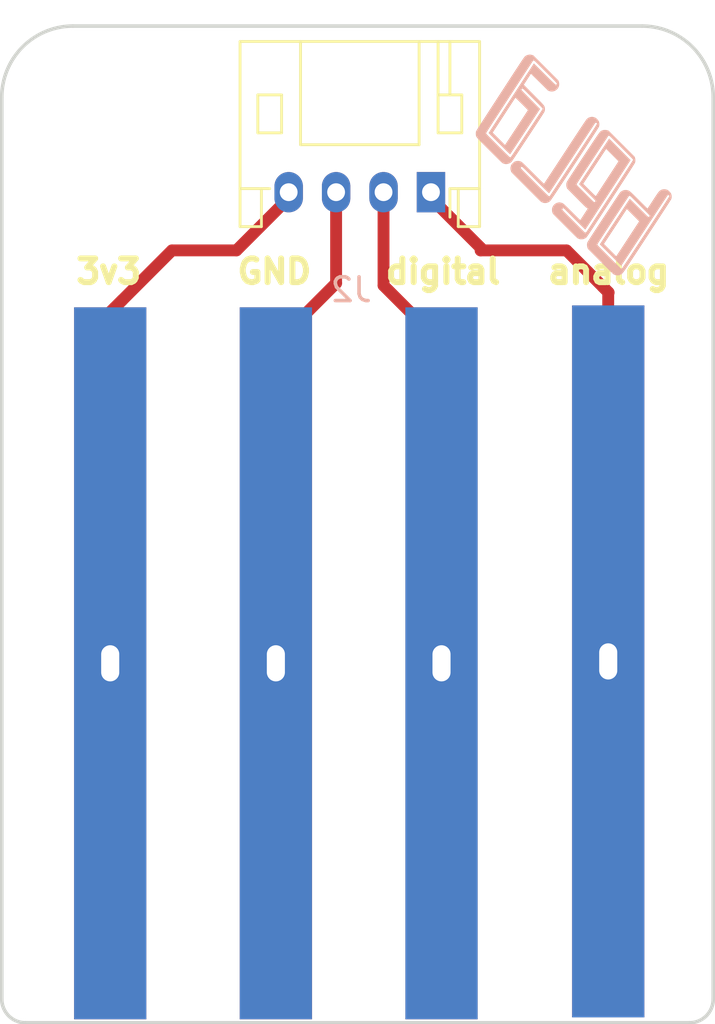
<source format=kicad_pcb>
(kicad_pcb (version 20171130) (host pcbnew "(5.0.0-3-g0214c9d)")

  (general
    (thickness 1.6)
    (drawings 12)
    (tracks 28)
    (zones 0)
    (modules 3)
    (nets 5)
  )

  (page A4)
  (layers
    (0 F.Cu signal)
    (31 B.Cu signal)
    (32 B.Adhes user hide)
    (33 F.Adhes user hide)
    (34 B.Paste user hide)
    (35 F.Paste user hide)
    (36 B.SilkS user)
    (37 F.SilkS user)
    (38 B.Mask user hide)
    (39 F.Mask user)
    (40 Dwgs.User user)
    (41 Cmts.User user)
    (42 Eco1.User user)
    (43 Eco2.User user hide)
    (44 Edge.Cuts user)
    (45 Margin user)
    (46 B.CrtYd user)
    (47 F.CrtYd user)
    (48 B.Fab user)
    (49 F.Fab user)
  )

  (setup
    (last_trace_width 0.25)
    (user_trace_width 0.5)
    (trace_clearance 0.2)
    (zone_clearance 0.508)
    (zone_45_only no)
    (trace_min 0.2)
    (segment_width 0.2)
    (edge_width 0.15)
    (via_size 0.6)
    (via_drill 0.4)
    (via_min_size 0.4)
    (via_min_drill 0.3)
    (uvia_size 0.3)
    (uvia_drill 0.1)
    (uvias_allowed no)
    (uvia_min_size 0.2)
    (uvia_min_drill 0.1)
    (pcb_text_width 0.3)
    (pcb_text_size 1.5 1.5)
    (mod_edge_width 0.15)
    (mod_text_size 1 1)
    (mod_text_width 0.15)
    (pad_size 3.048 30)
    (pad_drill 1.524)
    (pad_to_mask_clearance 0.2)
    (aux_axis_origin 0 0)
    (visible_elements FFFFFF1F)
    (pcbplotparams
      (layerselection 0x01030_80000001)
      (usegerberextensions false)
      (usegerberattributes false)
      (usegerberadvancedattributes false)
      (creategerberjobfile false)
      (excludeedgelayer true)
      (linewidth 0.100000)
      (plotframeref false)
      (viasonmask false)
      (mode 1)
      (useauxorigin false)
      (hpglpennumber 1)
      (hpglpenspeed 20)
      (hpglpendiameter 15.000000)
      (psnegative false)
      (psa4output false)
      (plotreference true)
      (plotvalue true)
      (plotinvisibletext false)
      (padsonsilk false)
      (subtractmaskfromsilk false)
      (outputformat 1)
      (mirror false)
      (drillshape 0)
      (scaleselection 1)
      (outputdirectory "gerbers/"))
  )

  (net 0 "")
  (net 1 "Net-(J1-Pad4)")
  (net 2 "Net-(J1-Pad3)")
  (net 3 "Net-(J1-Pad2)")
  (net 4 "Net-(J1-Pad1)")

  (net_class Default "This is the default net class."
    (clearance 0.2)
    (trace_width 0.25)
    (via_dia 0.6)
    (via_drill 0.4)
    (uvia_dia 0.3)
    (uvia_drill 0.1)
    (add_net "Net-(J1-Pad1)")
    (add_net "Net-(J1-Pad2)")
    (add_net "Net-(J1-Pad3)")
    (add_net "Net-(J1-Pad4)")
  )

  (module paper:paper2equal (layer B.Cu) (tedit 5C539BE4) (tstamp 5C50F3D6)
    (at 145.7325 70.612)
    (path /5C50F53B)
    (fp_text reference J2 (at 0 -0.5) (layer B.SilkS)
      (effects (font (size 1 1) (thickness 0.15)) (justify mirror))
    )
    (fp_text value Conn_01x04_Female (at 0 0.5) (layer B.Fab)
      (effects (font (size 1 1) (thickness 0.15)) (justify mirror))
    )
    (pad 3 thru_hole rect (at 3.81 15.24) (size 3.048 30) (drill oval 0.762 1.524) (layers *.Cu *.Mask)
      (net 3 "Net-(J1-Pad2)"))
    (pad 1 thru_hole rect (at -10.16 15.24) (size 3.048 30) (drill oval 0.762 1.524) (layers *.Cu *.Mask)
      (net 1 "Net-(J1-Pad4)"))
    (pad 2 thru_hole rect (at -3.175 15.24) (size 3.048 30) (drill oval 0.762 1.524) (layers *.Cu *.Mask)
      (net 2 "Net-(J1-Pad3)"))
    (pad 4 thru_hole rect (at 10.84 15.16) (size 3.048 30) (drill oval 0.762 1.524) (layers *.Cu *.Mask)
      (net 4 "Net-(J1-Pad1)"))
  )

  (module Connectors_JST:JST_PH_S4B-PH-K_04x2.00mm_Angled (layer F.Cu) (tedit 5C581BA4) (tstamp 5C581D74)
    (at 149.098 66 180)
    (descr "JST PH series connector, S4B-PH-K, side entry type, through hole, Datasheet: http://www.jst-mfg.com/product/pdf/eng/ePH.pdf")
    (tags "connector jst ph")
    (path /5C50F320)
    (fp_text reference J1 (at 1.5 -2.45 180) (layer F.SilkS) hide
      (effects (font (size 1 1) (thickness 0.15)))
    )
    (fp_text value Conn_01x04_Female (at 3 7.25 180) (layer F.Fab)
      (effects (font (size 1 1) (thickness 0.15)))
    )
    (fp_text user %R (at 3 2.5 180) (layer F.Fab)
      (effects (font (size 1 1) (thickness 0.15)))
    )
    (fp_line (start 0.5 1.35) (end 0 0.85) (layer F.Fab) (width 0.1))
    (fp_line (start -0.5 1.35) (end 0.5 1.35) (layer F.Fab) (width 0.1))
    (fp_line (start 0 0.85) (end -0.5 1.35) (layer F.Fab) (width 0.1))
    (fp_line (start -0.8 0.15) (end -0.8 -1.05) (layer F.SilkS) (width 0.12))
    (fp_line (start 7.25 0.25) (end -1.25 0.25) (layer F.Fab) (width 0.1))
    (fp_line (start 7.25 -1.35) (end 7.25 0.25) (layer F.Fab) (width 0.1))
    (fp_line (start 7.95 -1.35) (end 7.25 -1.35) (layer F.Fab) (width 0.1))
    (fp_line (start 7.95 6.25) (end 7.95 -1.35) (layer F.Fab) (width 0.1))
    (fp_line (start -1.95 6.25) (end 7.95 6.25) (layer F.Fab) (width 0.1))
    (fp_line (start -1.95 -1.35) (end -1.95 6.25) (layer F.Fab) (width 0.1))
    (fp_line (start -1.25 -1.35) (end -1.95 -1.35) (layer F.Fab) (width 0.1))
    (fp_line (start -1.25 0.25) (end -1.25 -1.35) (layer F.Fab) (width 0.1))
    (fp_line (start 8.45 -1.85) (end -2.45 -1.85) (layer F.CrtYd) (width 0.05))
    (fp_line (start 8.45 6.75) (end 8.45 -1.85) (layer F.CrtYd) (width 0.05))
    (fp_line (start -2.45 6.75) (end 8.45 6.75) (layer F.CrtYd) (width 0.05))
    (fp_line (start -2.45 -1.85) (end -2.45 6.75) (layer F.CrtYd) (width 0.05))
    (fp_line (start -0.8 4.1) (end -0.8 6.35) (layer F.SilkS) (width 0.12))
    (fp_line (start -0.3 4.1) (end -0.3 6.35) (layer F.SilkS) (width 0.12))
    (fp_line (start 6.3 2.5) (end 7.3 2.5) (layer F.SilkS) (width 0.12))
    (fp_line (start 6.3 4.1) (end 6.3 2.5) (layer F.SilkS) (width 0.12))
    (fp_line (start 7.3 4.1) (end 6.3 4.1) (layer F.SilkS) (width 0.12))
    (fp_line (start 7.3 2.5) (end 7.3 4.1) (layer F.SilkS) (width 0.12))
    (fp_line (start -0.3 2.5) (end -1.3 2.5) (layer F.SilkS) (width 0.12))
    (fp_line (start -0.3 4.1) (end -0.3 2.5) (layer F.SilkS) (width 0.12))
    (fp_line (start -1.3 4.1) (end -0.3 4.1) (layer F.SilkS) (width 0.12))
    (fp_line (start -1.3 2.5) (end -1.3 4.1) (layer F.SilkS) (width 0.12))
    (fp_line (start 8.05 0.15) (end 7.15 0.15) (layer F.SilkS) (width 0.12))
    (fp_line (start -2.05 0.15) (end -1.15 0.15) (layer F.SilkS) (width 0.12))
    (fp_line (start 7.15 0.15) (end 6.8 0.15) (layer F.SilkS) (width 0.12))
    (fp_line (start 7.15 -1.45) (end 7.15 0.15) (layer F.SilkS) (width 0.12))
    (fp_line (start 8.05 -1.45) (end 7.15 -1.45) (layer F.SilkS) (width 0.12))
    (fp_line (start 8.05 6.35) (end 8.05 -1.45) (layer F.SilkS) (width 0.12))
    (fp_line (start -2.05 6.35) (end 8.05 6.35) (layer F.SilkS) (width 0.12))
    (fp_line (start -2.05 -1.45) (end -2.05 6.35) (layer F.SilkS) (width 0.12))
    (fp_line (start -1.15 -1.45) (end -2.05 -1.45) (layer F.SilkS) (width 0.12))
    (fp_line (start -1.15 0.15) (end -1.15 -1.45) (layer F.SilkS) (width 0.12))
    (fp_line (start -0.8 0.15) (end -1.15 0.15) (layer F.SilkS) (width 0.12))
    (fp_line (start 5.5 2) (end 5.5 6.35) (layer F.SilkS) (width 0.12))
    (fp_line (start 0.5 2) (end 5.5 2) (layer F.SilkS) (width 0.12))
    (fp_line (start 0.5 6.35) (end 0.5 2) (layer F.SilkS) (width 0.12))
    (pad 4 thru_hole oval (at 6 0 180) (size 1.2 1.7) (drill 0.75) (layers *.Cu *.Mask)
      (net 1 "Net-(J1-Pad4)"))
    (pad 3 thru_hole oval (at 4 0 180) (size 1.2 1.7) (drill 0.75) (layers *.Cu *.Mask)
      (net 2 "Net-(J1-Pad3)"))
    (pad 2 thru_hole oval (at 2 0 180) (size 1.2 1.7) (drill 0.75) (layers *.Cu *.Mask)
      (net 3 "Net-(J1-Pad2)"))
    (pad 1 thru_hole rect (at 0 0 180) (size 1.2 1.7) (drill 0.75) (layers *.Cu *.Mask)
      (net 4 "Net-(J1-Pad1)"))
    (model ${KISYS3DMOD}/Connectors_JST.3dshapes/JST_PH_S4B-PH-K_04x2.00mm_Angled.wrl
      (at (xyz 0 0 0))
      (scale (xyz 1 1 1))
      (rotate (xyz 0 0 0))
    )
  )

  (module paper:Bela_logo (layer B.Cu) (tedit 0) (tstamp 5C543B6D)
    (at 155.067 64.897 135)
    (fp_text reference G*** (at 0 0 135) (layer B.SilkS) hide
      (effects (font (size 1.524 1.524) (thickness 0.3)) (justify mirror))
    )
    (fp_text value LOGO (at 0.75 0 135) (layer B.SilkS) hide
      (effects (font (size 1.524 1.524) (thickness 0.3)) (justify mirror))
    )
    (fp_poly (pts (xy 4.509387 2.101396) (xy 4.540036 2.082716) (xy 4.572855 2.057078) (xy 4.595144 2.035933)
      (xy 4.637322 1.982523) (xy 4.664833 1.926068) (xy 4.678882 1.863906) (xy 4.680417 1.847375)
      (xy 4.680695 1.840287) (xy 4.680533 1.831758) (xy 4.679808 1.821186) (xy 4.678399 1.807965)
      (xy 4.676182 1.791493) (xy 4.673035 1.771164) (xy 4.668836 1.746375) (xy 4.663461 1.716522)
      (xy 4.656787 1.681) (xy 4.648693 1.639207) (xy 4.639056 1.590538) (xy 4.627753 1.534388)
      (xy 4.614661 1.470154) (xy 4.599658 1.397233) (xy 4.582621 1.315019) (xy 4.563427 1.222909)
      (xy 4.541955 1.120299) (xy 4.51808 1.006585) (xy 4.491681 0.881164) (xy 4.462635 0.74343)
      (xy 4.430819 0.59278) (xy 4.396111 0.42861) (xy 4.358388 0.250316) (xy 4.317527 0.057295)
      (xy 4.303554 -0.008695) (xy 4.255159 -0.23705) (xy 4.209959 -0.449922) (xy 4.167942 -0.647376)
      (xy 4.129092 -0.829476) (xy 4.093397 -0.996288) (xy 4.060841 -1.147876) (xy 4.031411 -1.284304)
      (xy 4.005093 -1.405637) (xy 3.981873 -1.51194) (xy 3.961736 -1.603277) (xy 3.944669 -1.679713)
      (xy 3.930658 -1.741312) (xy 3.919689 -1.788138) (xy 3.911747 -1.820258) (xy 3.906819 -1.837734)
      (xy 3.905692 -1.840631) (xy 3.873146 -1.889827) (xy 3.829487 -1.934396) (xy 3.795611 -1.959608)
      (xy 3.783166 -1.967603) (xy 3.771581 -1.97467) (xy 3.759846 -1.980865) (xy 3.746955 -1.986244)
      (xy 3.731897 -1.990863) (xy 3.713664 -1.994779) (xy 3.691248 -1.998048) (xy 3.66364 -2.000725)
      (xy 3.629831 -2.002867) (xy 3.588813 -2.00453) (xy 3.539576 -2.00577) (xy 3.481113 -2.006644)
      (xy 3.412415 -2.007207) (xy 3.332472 -2.007516) (xy 3.240277 -2.007626) (xy 3.13482 -2.007594)
      (xy 3.015093 -2.007477) (xy 2.937191 -2.00739) (xy 2.830497 -2.007197) (xy 2.727878 -2.006866)
      (xy 2.630507 -2.006408) (xy 2.539556 -2.005836) (xy 2.456196 -2.005161) (xy 2.381602 -2.004396)
      (xy 2.316944 -2.003552) (xy 2.263394 -2.002643) (xy 2.222126 -2.001679) (xy 2.194311 -2.000674)
      (xy 2.181122 -1.999638) (xy 2.180795 -1.999569) (xy 2.118455 -1.977022) (xy 2.063377 -1.941355)
      (xy 2.017066 -1.894243) (xy 1.981024 -1.837362) (xy 1.956757 -1.772385) (xy 1.950434 -1.74306)
      (xy 1.949276 -1.736021) (xy 1.948379 -1.728886) (xy 1.947883 -1.720904) (xy 1.947932 -1.711325)
      (xy 1.948666 -1.699398) (xy 1.950229 -1.684375) (xy 1.952761 -1.665504) (xy 1.956405 -1.642036)
      (xy 1.961303 -1.613221) (xy 1.966288 -1.585569) (xy 2.102972 -1.585569) (xy 2.103378 -1.587389)
      (xy 2.116574 -1.603919) (xy 2.125362 -1.610731) (xy 2.136118 -1.612312) (xy 2.162553 -1.613732)
      (xy 2.204471 -1.614988) (xy 2.261676 -1.616079) (xy 2.333973 -1.617001) (xy 2.421167 -1.617753)
      (xy 2.523061 -1.618332) (xy 2.639461 -1.618736) (xy 2.77017 -1.618963) (xy 2.838761 -1.619008)
      (xy 2.960471 -1.619035) (xy 3.067301 -1.619015) (xy 3.160244 -1.618928) (xy 3.240293 -1.618756)
      (xy 3.308444 -1.61848) (xy 3.365689 -1.61808) (xy 3.413023 -1.617537) (xy 3.451441 -1.616834)
      (xy 3.481935 -1.615951) (xy 3.5055 -1.614868) (xy 3.52313 -1.613567) (xy 3.535818 -1.612029)
      (xy 3.54456 -1.610236) (xy 3.550348 -1.608167) (xy 3.554177 -1.605804) (xy 3.55472 -1.605359)
      (xy 3.556935 -1.602018) (xy 3.559842 -1.594865) (xy 3.563564 -1.583336) (xy 3.568225 -1.566868)
      (xy 3.573948 -1.544897) (xy 3.580856 -1.516858) (xy 3.589072 -1.48219) (xy 3.598721 -1.440327)
      (xy 3.609925 -1.390706) (xy 3.622808 -1.332764) (xy 3.637494 -1.265937) (xy 3.654105 -1.189661)
      (xy 3.672765 -1.103373) (xy 3.693597 -1.006508) (xy 3.716725 -0.898504) (xy 3.742272 -0.778796)
      (xy 3.770362 -0.646822) (xy 3.801118 -0.502017) (xy 3.834663 -0.343817) (xy 3.871121 -0.171659)
      (xy 3.910614 0.01502) (xy 3.944537 0.175476) (xy 3.979343 0.340227) (xy 4.013272 0.500971)
      (xy 4.046178 0.65701) (xy 4.077915 0.807646) (xy 4.108335 0.952181) (xy 4.137294 1.089917)
      (xy 4.164646 1.220156) (xy 4.190243 1.342199) (xy 4.21394 1.45535) (xy 4.235591 1.558908)
      (xy 4.25505 1.652178) (xy 4.27217 1.73446) (xy 4.286805 1.805057) (xy 4.29881 1.86327)
      (xy 4.308038 1.908401) (xy 4.314343 1.939753) (xy 4.317578 1.956626) (xy 4.318 1.959429)
      (xy 4.312574 1.977632) (xy 4.302125 1.992313) (xy 4.299026 1.995117) (xy 4.295025 1.99757)
      (xy 4.289102 1.999695) (xy 4.280239 2.001515) (xy 4.267417 2.003055) (xy 4.249615 2.004338)
      (xy 4.225816 2.005388) (xy 4.195 2.006226) (xy 4.156147 2.006879) (xy 4.10824 2.007368)
      (xy 4.050258 2.007717) (xy 3.981183 2.00795) (xy 3.899995 2.00809) (xy 3.805676 2.00816)
      (xy 3.697206 2.008185) (xy 3.613328 2.008188) (xy 3.491068 2.008205) (xy 3.383716 2.008208)
      (xy 3.290306 2.008129) (xy 3.209871 2.007897) (xy 3.141444 2.007445) (xy 3.084059 2.006702)
      (xy 3.036748 2.005599) (xy 2.998546 2.004066) (xy 2.968486 2.002035) (xy 2.945601 1.999436)
      (xy 2.928924 1.996199) (xy 2.917488 1.992256) (xy 2.910328 1.987536) (xy 2.906477 1.981971)
      (xy 2.904967 1.975491) (xy 2.904832 1.968027) (xy 2.905105 1.95951) (xy 2.905125 1.957374)
      (xy 2.904851 1.948085) (xy 2.904695 1.939965) (xy 2.905655 1.932932) (xy 2.908728 1.926906)
      (xy 2.91491 1.921804) (xy 2.925201 1.917544) (xy 2.940596 1.914046) (xy 2.962094 1.911228)
      (xy 2.990693 1.909008) (xy 3.027388 1.907304) (xy 3.073179 1.906035) (xy 3.129061 1.905119)
      (xy 3.196034 1.904474) (xy 3.275094 1.90402) (xy 3.367238 1.903673) (xy 3.473465 1.903354)
      (xy 3.568884 1.903064) (xy 4.203717 1.901032) (xy 3.480933 -1.516062) (xy 2.847748 -1.516062)
      (xy 2.728291 -1.516015) (xy 2.623846 -1.515867) (xy 2.533548 -1.515602) (xy 2.456534 -1.515208)
      (xy 2.391941 -1.514672) (xy 2.338903 -1.513979) (xy 2.296559 -1.513116) (xy 2.264043 -1.51207)
      (xy 2.240493 -1.510827) (xy 2.225045 -1.509374) (xy 2.216835 -1.507696) (xy 2.214898 -1.50614)
      (xy 2.216508 -1.497333) (xy 2.221139 -1.473857) (xy 2.228611 -1.436595) (xy 2.238211 -1.389062)
      (xy 2.633529 -1.389062) (xy 3.378706 -1.389062) (xy 3.427871 -1.15689) (xy 3.437533 -1.111254)
      (xy 3.450101 -1.051879) (xy 3.465194 -0.980559) (xy 3.482434 -0.899087) (xy 3.501441 -0.809256)
      (xy 3.521836 -0.712858) (xy 3.543239 -0.611687) (xy 3.565272 -0.507537) (xy 3.587554 -0.402199)
      (xy 3.609707 -0.297467) (xy 3.610507 -0.293687) (xy 3.743976 0.337344) (xy 3.370667 0.339407)
      (xy 3.295161 0.3397) (xy 3.224544 0.339731) (xy 3.160397 0.33952) (xy 3.104298 0.33908)
      (xy 3.057826 0.338431) (xy 3.022561 0.337587) (xy 3.000081 0.336565) (xy 2.992001 0.335439)
      (xy 2.989721 0.327005) (xy 2.984487 0.304026) (xy 2.976511 0.267512) (xy 2.966004 0.218475)
      (xy 2.953177 0.157925) (xy 2.938244 0.086873) (xy 2.921415 0.006329) (xy 2.902902 -0.082694)
      (xy 2.882917 -0.179188) (xy 2.861672 -0.28214) (xy 2.839378 -0.39054) (xy 2.816247 -0.503377)
      (xy 2.814489 -0.511968) (xy 2.791279 -0.625369) (xy 2.768909 -0.734599) (xy 2.747592 -0.838629)
      (xy 2.727537 -0.93643) (xy 2.708958 -1.026971) (xy 2.692065 -1.109225) (xy 2.67707 -1.18216)
      (xy 2.664185 -1.244748) (xy 2.653621 -1.29596) (xy 2.645589 -1.334765) (xy 2.640302 -1.360134)
      (xy 2.63797 -1.371038) (xy 2.637931 -1.371203) (xy 2.633529 -1.389062) (xy 2.238211 -1.389062)
      (xy 2.238744 -1.386426) (xy 2.251359 -1.324233) (xy 2.266276 -1.250895) (xy 2.283314 -1.167294)
      (xy 2.302296 -1.074312) (xy 2.32304 -0.972828) (xy 2.345367 -0.863724) (xy 2.369098 -0.747881)
      (xy 2.394053 -0.626181) (xy 2.420051 -0.499503) (xy 2.443577 -0.384968) (xy 2.67192 0.726282)
      (xy 3.233664 0.73025) (xy 3.341664 0.731026) (xy 3.4349 0.73174) (xy 3.514482 0.732432)
      (xy 3.581522 0.733139) (xy 3.637129 0.733897) (xy 3.682415 0.734746) (xy 3.718491 0.735722)
      (xy 3.746466 0.736863) (xy 3.767452 0.738206) (xy 3.782559 0.73979) (xy 3.792898 0.741651)
      (xy 3.799579 0.743827) (xy 3.803714 0.746356) (xy 3.806412 0.749275) (xy 3.806673 0.749627)
      (xy 3.817076 0.775617) (xy 3.812977 0.801898) (xy 3.802062 0.817563) (xy 3.798738 0.820559)
      (xy 3.79445 0.823152) (xy 3.788099 0.825372) (xy 3.778587 0.827247) (xy 3.764817 0.828807)
      (xy 3.74569 0.83008) (xy 3.720109 0.831095) (xy 3.686975 0.831882) (xy 3.645191 0.83247)
      (xy 3.593659 0.832887) (xy 3.531281 0.833164) (xy 3.456959 0.833328) (xy 3.369595 0.833409)
      (xy 3.268092 0.833436) (xy 3.202259 0.833438) (xy 3.077425 0.833326) (xy 2.966579 0.832993)
      (xy 2.869968 0.832443) (xy 2.787838 0.831677) (xy 2.720433 0.830701) (xy 2.668001 0.829516)
      (xy 2.630787 0.828127) (xy 2.609036 0.826537) (xy 2.603247 0.825366) (xy 2.591408 0.812698)
      (xy 2.581671 0.791894) (xy 2.580441 0.787662) (xy 2.577981 0.776585) (xy 2.572521 0.750835)
      (xy 2.564241 0.711291) (xy 2.553323 0.658833) (xy 2.539948 0.594342) (xy 2.524299 0.518695)
      (xy 2.506556 0.432774) (xy 2.486901 0.337458) (xy 2.465516 0.233626) (xy 2.442582 0.122159)
      (xy 2.41828 0.003935) (xy 2.392792 -0.120166) (xy 2.366299 -0.249263) (xy 2.338983 -0.382478)
      (xy 2.333952 -0.407026) (xy 2.300023 -0.572752) (xy 2.26923 -0.723518) (xy 2.241462 -0.859903)
      (xy 2.216605 -0.982486) (xy 2.194547 -1.091847) (xy 2.175173 -1.188564) (xy 2.158371 -1.273215)
      (xy 2.144028 -1.346381) (xy 2.13203 -1.40864) (xy 2.122265 -1.460571) (xy 2.11462 -1.502753)
      (xy 2.108981 -1.535765) (xy 2.105235 -1.560185) (xy 2.10327 -1.576593) (xy 2.102972 -1.585569)
      (xy 1.966288 -1.585569) (xy 1.967597 -1.578308) (xy 1.975429 -1.536548) (xy 1.98494 -1.487191)
      (xy 1.996274 -1.429486) (xy 2.009571 -1.362684) (xy 2.024974 -1.286034) (xy 2.042624 -1.198786)
      (xy 2.062664 -1.10019) (xy 2.085236 -0.989497) (xy 2.110482 -0.865956) (xy 2.138543 -0.728817)
      (xy 2.169562 -0.57733) (xy 2.18984 -0.478323) (xy 2.227365 -0.295377) (xy 2.261863 -0.127758)
      (xy 2.293387 0.02478) (xy 2.321988 0.162486) (xy 2.347721 0.285604) (xy 2.370636 0.394383)
      (xy 2.390787 0.489068) (xy 2.408226 0.569906) (xy 2.423005 0.637144) (xy 2.435179 0.691029)
      (xy 2.444798 0.731807) (xy 2.451915 0.759725) (xy 2.456583 0.77503) (xy 2.457216 0.776573)
      (xy 2.490276 0.835075) (xy 2.531603 0.880916) (xy 2.56219 0.903835) (xy 2.57678 0.91335)
      (xy 2.589654 0.92164) (xy 2.601959 0.928797) (xy 2.614838 0.934912) (xy 2.629439 0.940075)
      (xy 2.646905 0.944378) (xy 2.668383 0.947911) (xy 2.695018 0.950766) (xy 2.727955 0.953033)
      (xy 2.76834 0.954804) (xy 2.817318 0.95617) (xy 2.876034 0.957221) (xy 2.945634 0.95805)
      (xy 3.027263 0.958745) (xy 3.122068 0.9594) (xy 3.231192 0.960104) (xy 3.273805 0.960385)
      (xy 3.876642 0.964407) (xy 3.934203 1.234282) (xy 3.947677 1.297561) (xy 3.960054 1.355893)
      (xy 3.970952 1.407465) (xy 3.97999 1.450464) (xy 3.986787 1.483078) (xy 3.990962 1.503495)
      (xy 3.992163 1.509886) (xy 3.984517 1.510912) (xy 3.962321 1.511946) (xy 3.926898 1.512969)
      (xy 3.879573 1.513958) (xy 3.821671 1.514894) (xy 3.754515 1.515757) (xy 3.679431 1.516524)
      (xy 3.597743 1.517176) (xy 3.510774 1.517693) (xy 3.482578 1.517823) (xy 2.972593 1.520032)
      (xy 2.92507 1.543365) (xy 2.867919 1.579313) (xy 2.822108 1.62415) (xy 2.787656 1.675883)
      (xy 2.764582 1.732522) (xy 2.752904 1.792076) (xy 2.752642 1.852553) (xy 2.763813 1.911964)
      (xy 2.786437 1.968315) (xy 2.820532 2.019618) (xy 2.866116 2.06388) (xy 2.919861 2.097485)
      (xy 2.972262 2.123282) (xy 4.464843 2.123282) (xy 4.509387 2.101396)) (layer B.SilkS) (width 0.01))
    (fp_poly (pts (xy 0.721186 2.124732) (xy 0.746706 2.119752) (xy 0.772178 2.111367) (xy 0.834119 2.080177)
      (xy 0.885948 2.037654) (xy 0.926467 1.985504) (xy 0.954475 1.925429) (xy 0.968776 1.859135)
      (xy 0.970408 1.829594) (xy 0.969843 1.81979) (xy 0.96795 1.804156) (xy 0.964618 1.78214)
      (xy 0.959735 1.753187) (xy 0.953192 1.716747) (xy 0.944877 1.672264) (xy 0.934679 1.619187)
      (xy 0.922487 1.556963) (xy 0.908192 1.485038) (xy 0.891681 1.40286) (xy 0.872843 1.309875)
      (xy 0.851569 1.205531) (xy 0.827747 1.089275) (xy 0.801266 0.960553) (xy 0.772016 0.818813)
      (xy 0.739885 0.663502) (xy 0.704763 0.494067) (xy 0.666539 0.309955) (xy 0.644189 0.202407)
      (xy 0.611927 0.047162) (xy 0.580536 -0.103985) (xy 0.550169 -0.250296) (xy 0.520978 -0.391033)
      (xy 0.493116 -0.525459) (xy 0.466735 -0.652836) (xy 0.441987 -0.772427) (xy 0.419026 -0.883493)
      (xy 0.398002 -0.985296) (xy 0.379069 -1.0771) (xy 0.362379 -1.158166) (xy 0.348085 -1.227757)
      (xy 0.336338 -1.285135) (xy 0.327292 -1.329562) (xy 0.321098 -1.3603) (xy 0.317909 -1.376612)
      (xy 0.317489 -1.37914) (xy 0.320469 -1.381007) (xy 0.329978 -1.38264) (xy 0.346877 -1.384052)
      (xy 0.372028 -1.385258) (xy 0.406291 -1.38627) (xy 0.450528 -1.387102) (xy 0.505599 -1.387767)
      (xy 0.572365 -1.388279) (xy 0.651688 -1.388651) (xy 0.744428 -1.388896) (xy 0.851446 -1.389028)
      (xy 0.954801 -1.389062) (xy 1.07505 -1.38907) (xy 1.180514 -1.389136) (xy 1.272286 -1.389322)
      (xy 1.351454 -1.389692) (xy 1.419111 -1.390309) (xy 1.476346 -1.391236) (xy 1.52425 -1.392535)
      (xy 1.563915 -1.39427) (xy 1.596431 -1.396504) (xy 1.622888 -1.399299) (xy 1.644378 -1.402719)
      (xy 1.661991 -1.406827) (xy 1.676818 -1.411685) (xy 1.689949 -1.417356) (xy 1.702476 -1.423904)
      (xy 1.715489 -1.431392) (xy 1.7185 -1.433156) (xy 1.761727 -1.465609) (xy 1.801671 -1.508728)
      (xy 1.833753 -1.557357) (xy 1.840226 -1.570234) (xy 1.850036 -1.592978) (xy 1.856265 -1.613791)
      (xy 1.859699 -1.637452) (xy 1.861122 -1.668741) (xy 1.861343 -1.698791) (xy 1.861003 -1.737402)
      (xy 1.85936 -1.765045) (xy 1.855477 -1.786626) (xy 1.848422 -1.807048) (xy 1.837257 -1.831216)
      (xy 1.835355 -1.835092) (xy 1.801874 -1.887926) (xy 1.757967 -1.934374) (xy 1.707503 -1.97076)
      (xy 1.67677 -1.985798) (xy 1.631156 -2.004218) (xy 0.758031 -2.005846) (xy 0.62115 -2.006091)
      (xy 0.499225 -2.006277) (xy 0.391339 -2.006391) (xy 0.296574 -2.006421) (xy 0.214011 -2.006354)
      (xy 0.142731 -2.006176) (xy 0.081817 -2.005876) (xy 0.030351 -2.00544) (xy -0.012586 -2.004855)
      (xy -0.047912 -2.004109) (xy -0.076545 -2.003189) (xy -0.099404 -2.002082) (xy -0.117406 -2.000775)
      (xy -0.131469 -1.999256) (xy -0.142513 -1.997511) (xy -0.151455 -1.995528) (xy -0.159213 -1.993293)
      (xy -0.160049 -1.993027) (xy -0.224356 -1.964634) (xy -0.278428 -1.924755) (xy -0.321208 -1.874748)
      (xy -0.351638 -1.815969) (xy -0.368661 -1.749776) (xy -0.371463 -1.721804) (xy -0.371686 -1.714337)
      (xy -0.371471 -1.705405) (xy -0.370696 -1.694403) (xy -0.369242 -1.680721) (xy -0.366988 -1.663753)
      (xy -0.363813 -1.642892) (xy -0.359596 -1.61753) (xy -0.354217 -1.58706) (xy -0.352068 -1.575384)
      (xy -0.220623 -1.575384) (xy -0.211681 -1.598703) (xy -0.198438 -1.60903) (xy -0.191925 -1.610711)
      (xy -0.178935 -1.612207) (xy -0.158699 -1.613529) (xy -0.130446 -1.614684) (xy -0.09341 -1.615682)
      (xy -0.046819 -1.616532) (xy 0.010093 -1.617244) (xy 0.078098 -1.617827) (xy 0.157963 -1.61829)
      (xy 0.250458 -1.618642) (xy 0.356352 -1.618893) (xy 0.476413 -1.619051) (xy 0.611412 -1.619126)
      (xy 0.643155 -1.619132) (xy 0.776557 -1.619132) (xy 0.894984 -1.619083) (xy 0.999332 -1.618971)
      (xy 1.090502 -1.618784) (xy 1.169393 -1.618508) (xy 1.236902 -1.61813) (xy 1.293929 -1.617637)
      (xy 1.341372 -1.617017) (xy 1.380131 -1.616255) (xy 1.411104 -1.61534) (xy 1.435189 -1.614257)
      (xy 1.453287 -1.612994) (xy 1.466295 -1.611537) (xy 1.475112 -1.609874) (xy 1.480637 -1.607991)
      (xy 1.482546 -1.606893) (xy 1.496838 -1.589038) (xy 1.500187 -1.567773) (xy 1.500553 -1.559424)
      (xy 1.501054 -1.552022) (xy 1.500794 -1.545509) (xy 1.498875 -1.539828) (xy 1.494401 -1.534924)
      (xy 1.486477 -1.53074) (xy 1.474204 -1.527219) (xy 1.456688 -1.524304) (xy 1.43303 -1.521938)
      (xy 1.402336 -1.520066) (xy 1.363708 -1.51863) (xy 1.31625 -1.517574) (xy 1.259065 -1.516842)
      (xy 1.191257 -1.516375) (xy 1.111929 -1.516119) (xy 1.020185 -1.516016) (xy 0.915129 -1.51601)
      (xy 0.795863 -1.516044) (xy 0.681523 -1.516062) (xy 0.551641 -1.516051) (xy 0.436728 -1.516008)
      (xy 0.335877 -1.515917) (xy 0.248179 -1.515762) (xy 0.17273 -1.515527) (xy 0.10862 -1.515196)
      (xy 0.054945 -1.514753) (xy 0.010797 -1.514182) (xy -0.024731 -1.513467) (xy -0.052546 -1.512592)
      (xy -0.073555 -1.511541) (xy -0.088664 -1.510299) (xy -0.098781 -1.508849) (xy -0.104811 -1.507176)
      (xy -0.107663 -1.505263) (xy -0.108243 -1.503094) (xy -0.108048 -1.502171) (xy -0.106066 -1.493192)
      (xy -0.101009 -1.469373) (xy -0.093025 -1.431422) (xy -0.082259 -1.380043) (xy -0.06886 -1.315942)
      (xy -0.052974 -1.239826) (xy -0.034748 -1.152401) (xy -0.014328 -1.054371) (xy 0.008138 -0.946442)
      (xy 0.032504 -0.829322) (xy 0.058622 -0.703715) (xy 0.086345 -0.570326) (xy 0.115528 -0.429863)
      (xy 0.146022 -0.283031) (xy 0.177681 -0.130535) (xy 0.210358 0.026919) (xy 0.243906 0.188624)
      (xy 0.254073 0.237641) (xy 0.612046 1.963564) (xy 0.596941 1.983891) (xy 0.580079 1.999216)
      (xy 0.56216 2.006599) (xy 0.557139 2.007526) (xy 0.55255 2.008639) (xy 0.548259 2.009353)
      (xy 0.544128 2.009081) (xy 0.540019 2.007238) (xy 0.535796 2.003239) (xy 0.531322 1.996498)
      (xy 0.526461 1.986429) (xy 0.521074 1.972446) (xy 0.515026 1.953965) (xy 0.50818 1.9304)
      (xy 0.500397 1.901164) (xy 0.491543 1.865673) (xy 0.481479 1.82334) (xy 0.470069 1.773581)
      (xy 0.457175 1.715809) (xy 0.442662 1.649439) (xy 0.426392 1.573886) (xy 0.408227 1.488563)
      (xy 0.388032 1.392885) (xy 0.36567 1.286267) (xy 0.341002 1.168124) (xy 0.313894 1.037868)
      (xy 0.284206 0.894915) (xy 0.251804 0.73868) (xy 0.216549 0.568576) (xy 0.178305 0.384018)
      (xy 0.143137 0.214341) (xy 0.108993 0.049475) (xy 0.075729 -0.111433) (xy 0.04349 -0.26768)
      (xy 0.012418 -0.418566) (xy -0.017344 -0.563386) (xy -0.045653 -0.701438) (xy -0.072367 -0.83202)
      (xy -0.097343 -0.95443) (xy -0.120437 -1.067965) (xy -0.141508 -1.171922) (xy -0.160413 -1.265598)
      (xy -0.177008 -1.348293) (xy -0.191151 -1.419302) (xy -0.202699 -1.477924) (xy -0.211509 -1.523455)
      (xy -0.217439 -1.555195) (xy -0.220346 -1.572439) (xy -0.220623 -1.575384) (xy -0.352068 -1.575384)
      (xy -0.347555 -1.550875) (xy -0.33949 -1.508368) (xy -0.3299 -1.458931) (xy -0.318666 -1.401958)
      (xy -0.305666 -1.33684) (xy -0.290779 -1.262971) (xy -0.273886 -1.179743) (xy -0.254865 -1.08655)
      (xy -0.233595 -0.982783) (xy -0.209957 -0.867836) (xy -0.183829 -0.741102) (xy -0.155091 -0.601973)
      (xy -0.123622 -0.449841) (xy -0.089301 -0.284101) (xy -0.052008 -0.104144) (xy -0.011622 0.090637)
      (xy -0.003917 0.127791) (xy 0.040623 0.342411) (xy 0.082071 0.541837) (xy 0.120506 0.726427)
      (xy 0.156003 0.896543) (xy 0.188639 1.052544) (xy 0.218492 1.194792) (xy 0.245638 1.323646)
      (xy 0.270153 1.439468) (xy 0.292116 1.542616) (xy 0.311602 1.633452) (xy 0.328689 1.712336)
      (xy 0.343454 1.779629) (xy 0.355973 1.83569) (xy 0.366323 1.880881) (xy 0.374581 1.915561)
      (xy 0.380824 1.940091) (xy 0.385129 1.954831) (xy 0.386605 1.958701) (xy 0.416542 2.007082)
      (xy 0.457929 2.051678) (xy 0.506353 2.088078) (xy 0.527843 2.099916) (xy 0.554135 2.111669)
      (xy 0.578391 2.119078) (xy 0.606264 2.123339) (xy 0.64341 2.125646) (xy 0.650875 2.125924)
      (xy 0.691112 2.126565) (xy 0.721186 2.124732)) (layer B.SilkS) (width 0.01))
    (fp_poly (pts (xy 0.026414 2.099863) (xy 0.071586 2.070603) (xy 0.113872 2.031598) (xy 0.149176 1.987283)
      (xy 0.173404 1.942095) (xy 0.174387 1.939533) (xy 0.179026 1.927519) (xy 0.183256 1.916648)
      (xy 0.186952 1.906165) (xy 0.189992 1.895317) (xy 0.192249 1.883349) (xy 0.193602 1.869508)
      (xy 0.193925 1.85304) (xy 0.193095 1.833191) (xy 0.190987 1.809207) (xy 0.187478 1.780333)
      (xy 0.182444 1.745817) (xy 0.17576 1.704904) (xy 0.167303 1.65684) (xy 0.156948 1.600872)
      (xy 0.144572 1.536245) (xy 0.130051 1.462205) (xy 0.11326 1.377999) (xy 0.094076 1.282872)
      (xy 0.072375 1.176071) (xy 0.048032 1.056842) (xy 0.020924 0.924431) (xy -0.009073 0.778083)
      (xy -0.042084 0.617045) (xy -0.047351 0.591344) (xy -0.08108 0.42685) (xy -0.111815 0.277216)
      (xy -0.139707 0.141744) (xy -0.164907 0.019733) (xy -0.187565 -0.089514) (xy -0.207832 -0.186699)
      (xy -0.225859 -0.27252) (xy -0.241797 -0.347677) (xy -0.255796 -0.412869) (xy -0.268008 -0.468797)
      (xy -0.278583 -0.516158) (xy -0.287671 -0.555653) (xy -0.295424 -0.587981) (xy -0.301993 -0.613843)
      (xy -0.307527 -0.633936) (xy -0.312179 -0.648961) (xy -0.316098 -0.659617) (xy -0.317873 -0.663614)
      (xy -0.350447 -0.714982) (xy -0.394809 -0.761087) (xy -0.446926 -0.798011) (xy -0.466582 -0.808195)
      (xy -0.511969 -0.829468) (xy -1.067594 -0.831896) (xy -1.176255 -0.832342) (xy -1.27023 -0.832648)
      (xy -1.350705 -0.832793) (xy -1.41887 -0.832756) (xy -1.475912 -0.832514) (xy -1.523019 -0.832048)
      (xy -1.561378 -0.831334) (xy -1.592179 -0.830353) (xy -1.616608 -0.829082) (xy -1.635853 -0.827501)
      (xy -1.651103 -0.825587) (xy -1.663545 -0.82332) (xy -1.673176 -0.820999) (xy -1.698975 -0.814618)
      (xy -1.717791 -0.810907) (xy -1.725347 -0.810633) (xy -1.727426 -0.818815) (xy -1.732356 -0.840774)
      (xy -1.739757 -0.874745) (xy -1.749252 -0.918965) (xy -1.76046 -0.971668) (xy -1.773003 -1.031089)
      (xy -1.785653 -1.091406) (xy -1.799181 -1.155889) (xy -1.811798 -1.215626) (xy -1.823111 -1.268793)
      (xy -1.83273 -1.313566) (xy -1.840262 -1.348121) (xy -1.845317 -1.370634) (xy -1.847441 -1.37914)
      (xy -1.845269 -1.381252) (xy -1.836414 -1.383063) (xy -1.819895 -1.384593) (xy -1.794737 -1.385863)
      (xy -1.759963 -1.386892) (xy -1.714593 -1.3877) (xy -1.657652 -1.388309) (xy -1.588161 -1.388738)
      (xy -1.505143 -1.389008) (xy -1.407621 -1.389138) (xy -1.364115 -1.389156) (xy -1.259121 -1.389199)
      (xy -1.168726 -1.389345) (xy -1.091652 -1.389685) (xy -1.026625 -1.390309) (xy -0.972368 -1.39131)
      (xy -0.927604 -1.392778) (xy -0.891057 -1.394804) (xy -0.861451 -1.397479) (xy -0.83751 -1.400894)
      (xy -0.817957 -1.40514) (xy -0.801516 -1.410309) (xy -0.78691 -1.416491) (xy -0.772864 -1.423777)
      (xy -0.758101 -1.432258) (xy -0.757859 -1.4324) (xy -0.703631 -1.472484) (xy -0.66152 -1.5207)
      (xy -0.631426 -1.575048) (xy -0.613245 -1.633527) (xy -0.606876 -1.694136) (xy -0.612217 -1.754875)
      (xy -0.629166 -1.813742) (xy -0.65762 -1.868737) (xy -0.697478 -1.917859) (xy -0.748637 -1.959107)
      (xy -0.78579 -1.979756) (xy -0.837407 -2.004218) (xy -1.55575 -2.005508) (xy -1.664645 -2.005625)
      (xy -1.768736 -2.005583) (xy -1.866901 -2.005393) (xy -1.958019 -2.005061) (xy -2.04097 -2.004597)
      (xy -2.114631 -2.00401) (xy -2.177882 -2.003309) (xy -2.2296 -2.002501) (xy -2.268665 -2.001597)
      (xy -2.293955 -2.000604) (xy -2.303892 -1.999672) (xy -2.365743 -1.977033) (xy -2.420902 -1.94145)
      (xy -2.467522 -1.895096) (xy -2.503758 -1.840146) (xy -2.527765 -1.77877) (xy -2.537031 -1.725167)
      (xy -2.5373 -1.718285) (xy -2.537073 -1.709671) (xy -2.536226 -1.698727) (xy -2.534638 -1.68485)
      (xy -2.532187 -1.667442) (xy -2.528751 -1.6459) (xy -2.524207 -1.619626) (xy -2.518434 -1.588018)
      (xy -2.515015 -1.570001) (xy -2.388877 -1.570001) (xy -2.383881 -1.582188) (xy -2.371284 -1.598152)
      (xy -2.369705 -1.599767) (xy -2.350222 -1.61925) (xy -1.680213 -1.61925) (xy -1.561652 -1.619244)
      (xy -1.457938 -1.619212) (xy -1.368041 -1.619128) (xy -1.290931 -1.618968) (xy -1.225581 -1.618708)
      (xy -1.170961 -1.618323) (xy -1.126042 -1.617788) (xy -1.089795 -1.61708) (xy -1.061191 -1.616173)
      (xy -1.039201 -1.615042) (xy -1.022797 -1.613665) (xy -1.010949 -1.612015) (xy -1.002628 -1.610069)
      (xy -0.996805 -1.607802) (xy -0.992452 -1.60519) (xy -0.98929 -1.602798) (xy -0.972011 -1.581191)
      (xy -0.970136 -1.55638) (xy -0.980732 -1.533703) (xy -0.993088 -1.516062) (xy -1.631607 -1.516062)
      (xy -1.751598 -1.516016) (xy -1.856575 -1.515868) (xy -1.947398 -1.515606) (xy -2.024927 -1.515216)
      (xy -2.090021 -1.514685) (xy -2.143543 -1.513999) (xy -2.18635 -1.513144) (xy -2.219304 -1.512109)
      (xy -2.243266 -1.510878) (xy -2.259094 -1.509439) (xy -2.26765 -1.507779) (xy -2.269848 -1.50614)
      (xy -2.2682 -1.49754) (xy -2.26341 -1.474118) (xy -2.255627 -1.436583) (xy -2.245 -1.385643)
      (xy -2.231678 -1.322006) (xy -2.215811 -1.246381) (xy -2.197547 -1.159477) (xy -2.177037 -1.062001)
      (xy -2.154428 -0.954662) (xy -2.129871 -0.838168) (xy -2.103515 -0.713228) (xy -2.075508 -0.58055)
      (xy -2.046 -0.440842) (xy -2.015141 -0.294813) (xy -1.996862 -0.208359) (xy -1.59588 -0.208359)
      (xy -1.588109 -0.209556) (xy -1.566011 -0.210673) (xy -1.531134 -0.211685) (xy -1.485025 -0.212568)
      (xy -1.429232 -0.213296) (xy -1.365304 -0.213846) (xy -1.294787 -0.214193) (xy -1.220093 -0.214312)
      (xy -0.844747 -0.214312) (xy -0.670963 0.633016) (xy -0.647625 0.746813) (xy -0.625147 0.856441)
      (xy -0.603736 0.960876) (xy -0.583605 1.059092) (xy -0.564962 1.150063) (xy -0.548017 1.232764)
      (xy -0.532982 1.30617) (xy -0.520066 1.369256) (xy -0.509478 1.420995) (xy -0.50143 1.460362)
      (xy -0.49613 1.486332) (xy -0.49379 1.49788) (xy -0.493727 1.498204) (xy -0.490275 1.516063)
      (xy -0.862278 1.516032) (xy -1.234282 1.516001) (xy -1.415301 0.656797) (xy -1.439357 0.542545)
      (xy -1.462469 0.43264) (xy -1.484428 0.328079) (xy -1.505025 0.22986) (xy -1.524053 0.138982)
      (xy -1.541304 0.056441) (xy -1.556569 -0.016764) (xy -1.56964 -0.079637) (xy -1.580309 -0.131179)
      (xy -1.588367 -0.170392) (xy -1.593607 -0.196279) (xy -1.595819 -0.207842) (xy -1.59588 -0.208359)
      (xy -1.996862 -0.208359) (xy -1.983079 -0.143171) (xy -1.949963 0.013375) (xy -1.915944 0.174118)
      (xy -1.909955 0.202407) (xy -1.55034 1.901032) (xy -0.915503 1.903063) (xy -0.280665 1.905094)
      (xy -0.317686 1.724469) (xy -0.324119 1.693084) (xy -0.333495 1.64735) (xy -0.345567 1.588471)
      (xy -0.360087 1.517648) (xy -0.376811 1.436084) (xy -0.39549 1.344983) (xy -0.415878 1.245546)
      (xy -0.437729 1.138977) (xy -0.460797 1.026478) (xy -0.484833 0.909252) (xy -0.509593 0.788502)
      (xy -0.534829 0.66543) (xy -0.547986 0.601266) (xy -0.741266 -0.341312) (xy -1.227883 -0.341312)
      (xy -1.327859 -0.341324) (xy -1.41317 -0.341387) (xy -1.485023 -0.341537) (xy -1.54463 -0.341814)
      (xy -1.593198 -0.342255) (xy -1.631937 -0.342899) (xy -1.662056 -0.343785) (xy -1.684765 -0.344949)
      (xy -1.701272 -0.346431) (xy -1.712786 -0.348268) (xy -1.720518 -0.350499) (xy -1.725676 -0.353162)
      (xy -1.729469 -0.356296) (xy -1.730375 -0.357187) (xy -1.742384 -0.376097) (xy -1.74625 -0.392906)
      (xy -1.74073 -0.413437) (xy -1.730375 -0.428625) (xy -1.726839 -0.431801) (xy -1.722279 -0.434523)
      (xy -1.715522 -0.436825) (xy -1.705394 -0.438743) (xy -1.690722 -0.440312) (xy -1.670333 -0.441566)
      (xy -1.643054 -0.442541) (xy -1.607712 -0.443272) (xy -1.563133 -0.443795) (xy -1.508144 -0.444143)
      (xy -1.441572 -0.444353) (xy -1.362244 -0.444458) (xy -1.268985 -0.444496) (xy -1.199442 -0.4445)
      (xy -1.095976 -0.444477) (xy -1.007216 -0.444389) (xy -0.931996 -0.444205) (xy -0.869146 -0.443894)
      (xy -0.8175 -0.443426) (xy -0.77589 -0.44277) (xy -0.743147 -0.441897) (xy -0.718104 -0.440774)
      (xy -0.699592 -0.439373) (xy -0.686444 -0.437662) (xy -0.677492 -0.435611) (xy -0.671568 -0.433189)
      (xy -0.667791 -0.430609) (xy -0.665197 -0.427081) (xy -0.662046 -0.419989) (xy -0.658186 -0.408632)
      (xy -0.653466 -0.392307) (xy -0.647733 -0.370313) (xy -0.640835 -0.341948) (xy -0.63262 -0.306508)
      (xy -0.622937 -0.263293) (xy -0.611633 -0.211601) (xy -0.598556 -0.150728) (xy -0.583556 -0.079974)
      (xy -0.566479 0.001365) (xy -0.547173 0.093989) (xy -0.525488 0.198601) (xy -0.50127 0.315904)
      (xy -0.474368 0.446598) (xy -0.44463 0.591387) (xy -0.411904 0.750972) (xy -0.408942 0.765422)
      (xy -0.381388 0.899972) (xy -0.354718 1.03039) (xy -0.329105 1.155817) (xy -0.304724 1.275396)
      (xy -0.281747 1.388268) (xy -0.260349 1.493576) (xy -0.240703 1.590461) (xy -0.222983 1.678066)
      (xy -0.207363 1.755532) (xy -0.194017 1.822002) (xy -0.183117 1.876618) (xy -0.174838 1.918521)
      (xy -0.169354 1.946853) (xy -0.166838 1.960758) (xy -0.166688 1.962) (xy -0.172027 1.978116)
      (xy -0.182563 1.992313) (xy -0.185591 1.995056) (xy -0.189503 1.997464) (xy -0.195291 1.999558)
      (xy -0.203952 2.00136) (xy -0.21648 2.002892) (xy -0.233869 2.004176) (xy -0.257114 2.005233)
      (xy -0.28721 2.006087) (xy -0.325151 2.006758) (xy -0.371932 2.007268) (xy -0.428548 2.00764)
      (xy -0.495993 2.007895) (xy -0.575262 2.008056) (xy -0.667349 2.008144) (xy -0.77325 2.00818)
      (xy -0.893959 2.008188) (xy -0.903358 2.008188) (xy -1.028613 2.008152) (xy -1.138897 2.008037)
      (xy -1.235115 2.007827) (xy -1.318173 2.007511) (xy -1.388974 2.007074) (xy -1.448424 2.006502)
      (xy -1.497428 2.005783) (xy -1.536889 2.004903) (xy -1.567713 2.003848) (xy -1.590804 2.002605)
      (xy -1.607067 2.00116) (xy -1.617407 1.9995) (xy -1.622728 1.997611) (xy -1.622974 1.997443)
      (xy -1.625163 1.993768) (xy -1.628342 1.984926) (xy -1.632625 1.970388) (xy -1.638127 1.949626)
      (xy -1.644965 1.922111) (xy -1.653255 1.887315) (xy -1.663111 1.844708) (xy -1.674649 1.793763)
      (xy -1.687986 1.73395) (xy -1.703236 1.664741) (xy -1.720515 1.585606) (xy -1.739939 1.496019)
      (xy -1.761623 1.395449) (xy -1.785684 1.283368) (xy -1.812236 1.159248) (xy -1.841396 1.02256)
      (xy -1.873278 0.872775) (xy -1.907999 0.709364) (xy -1.945674 0.5318) (xy -1.986419 0.339552)
      (xy -2.013117 0.21349) (xy -2.048033 0.048545) (xy -2.082075 -0.112341) (xy -2.115095 -0.268474)
      (xy -2.146948 -0.419163) (xy -2.177488 -0.563714) (xy -2.206569 -0.701432) (xy -2.234044 -0.831626)
      (xy -2.259768 -0.953601) (xy -2.283595 -1.066665) (xy -2.305378 -1.170124) (xy -2.324972 -1.263285)
      (xy -2.34223 -1.345455) (xy -2.357006 -1.41594) (xy -2.369155 -1.474048) (xy -2.378529 -1.519084)
      (xy -2.384984 -1.550356) (xy -2.388373 -1.56717) (xy -2.388877 -1.570001) (xy -2.515015 -1.570001)
      (xy -2.51131 -1.550477) (xy -2.502713 -1.506401) (xy -2.49252 -1.455191) (xy -2.48061 -1.396246)
      (xy -2.46686 -1.328965) (xy -2.451149 -1.252749) (xy -2.433355 -1.166997) (xy -2.413355 -1.071108)
      (xy -2.391027 -0.964482) (xy -2.366249 -0.846519) (xy -2.3389 -0.716618) (xy -2.308858 -0.57418)
      (xy -2.275999 -0.418602) (xy -2.240203 -0.249286) (xy -2.201347 -0.065631) (xy -2.160187 0.128818)
      (xy -2.117381 0.330931) (xy -2.077715 0.518063) (xy -2.041065 0.69077) (xy -2.00731 0.849606)
      (xy -1.97633 0.995127) (xy -1.948002 1.127889) (xy -1.922204 1.248448) (xy -1.898816 1.357357)
      (xy -1.877716 1.455174) (xy -1.858781 1.542454) (xy -1.841891 1.619751) (xy -1.826925 1.687622)
      (xy -1.813759 1.746622) (xy -1.802274 1.797307) (xy -1.792347 1.840231) (xy -1.783856 1.875951)
      (xy -1.776681 1.905021) (xy -1.770699 1.927998) (xy -1.76579 1.945436) (xy -1.761831 1.957892)
      (xy -1.758701 1.96592) (xy -1.757721 1.967893) (xy -1.724323 2.016342) (xy -1.68095 2.06025)
      (xy -1.632723 2.094662) (xy -1.619554 2.101672) (xy -1.575594 2.123282) (xy -0.019844 2.123282)
      (xy 0.026414 2.099863)) (layer B.SilkS) (width 0.01))
    (fp_poly (pts (xy -3.606887 2.122884) (xy -3.577794 2.121203) (xy -3.555442 2.117505) (xy -3.535267 2.111058)
      (xy -3.514441 2.101944) (xy -3.464035 2.070746) (xy -3.41804 2.027994) (xy -3.380785 1.978009)
      (xy -3.369386 1.957135) (xy -3.356722 1.927881) (xy -3.349057 1.899727) (xy -3.34491 1.86607)
      (xy -3.343561 1.842142) (xy -3.343137 1.825713) (xy -3.343447 1.808751) (xy -3.344745 1.78978)
      (xy -3.347286 1.767325) (xy -3.351325 1.739911) (xy -3.357117 1.706062) (xy -3.364915 1.664302)
      (xy -3.374976 1.613156) (xy -3.387553 1.551149) (xy -3.402901 1.476805) (xy -3.421276 1.388648)
      (xy -3.424508 1.373188) (xy -3.440696 1.295675) (xy -3.455856 1.222871) (xy -3.469684 1.156253)
      (xy -3.481874 1.097297) (xy -3.492123 1.047481) (xy -3.500127 1.00828) (xy -3.50558 0.981172)
      (xy -3.508179 0.967633) (xy -3.508359 0.966391) (xy -3.500648 0.965348) (xy -3.478403 0.964363)
      (xy -3.442964 0.963453) (xy -3.395672 0.962632) (xy -3.337869 0.961918) (xy -3.270894 0.961326)
      (xy -3.196089 0.960872) (xy -3.114794 0.960572) (xy -3.02835 0.960442) (xy -3.009771 0.960438)
      (xy -2.901663 0.960394) (xy -2.808178 0.960214) (xy -2.728062 0.959824) (xy -2.660062 0.959149)
      (xy -2.602927 0.958116) (xy -2.555404 0.956651) (xy -2.51624 0.95468) (xy -2.484181 0.952129)
      (xy -2.457977 0.948925) (xy -2.436373 0.944994) (xy -2.418117 0.940261) (xy -2.401957 0.934653)
      (xy -2.38664 0.928096) (xy -2.376104 0.923076) (xy -2.325804 0.890418) (xy -2.282329 0.846499)
      (xy -2.247369 0.794417) (xy -2.222614 0.73727) (xy -2.209755 0.678157) (xy -2.210481 0.620176)
      (xy -2.210562 0.61962) (xy -2.212748 0.607823) (xy -2.217968 0.581355) (xy -2.226044 0.541092)
      (xy -2.236795 0.487908) (xy -2.250044 0.422678) (xy -2.265611 0.346279) (xy -2.283316 0.259586)
      (xy -2.302983 0.163473) (xy -2.32443 0.058816) (xy -2.347479 -0.05351) (xy -2.371952 -0.172629)
      (xy -2.397669 -0.297665) (xy -2.42445 -0.427745) (xy -2.452118 -0.561992) (xy -2.461446 -0.607218)
      (xy -2.497021 -0.779486) (xy -2.529577 -0.936695) (xy -2.559221 -1.079349) (xy -2.586062 -1.207951)
      (xy -2.610209 -1.323007) (xy -2.63177 -1.425019) (xy -2.650854 -1.514494) (xy -2.667569 -1.591933)
      (xy -2.682024 -1.657843) (xy -2.694328 -1.712727) (xy -2.704589 -1.757089) (xy -2.712915 -1.791433)
      (xy -2.719416 -1.816264) (xy -2.7242 -1.832086) (xy -2.726449 -1.837795) (xy -2.756574 -1.884628)
      (xy -2.798491 -1.928356) (xy -2.848134 -1.96507) (xy -2.873118 -1.97886) (xy -2.924623 -2.004218)
      (xy -3.67489 -2.005592) (xy -3.806473 -2.005793) (xy -3.92305 -2.005878) (xy -4.025491 -2.005837)
      (xy -4.114662 -2.00566) (xy -4.191434 -2.005337) (xy -4.256674 -2.004859) (xy -4.311252 -2.004215)
      (xy -4.356037 -2.003395) (xy -4.391896 -2.00239) (xy -4.419699 -2.001189) (xy -4.440314 -1.999782)
      (xy -4.45461 -1.99816) (xy -4.462654 -1.996545) (xy -4.522351 -1.972056) (xy -4.576871 -1.934301)
      (xy -4.623306 -1.885724) (xy -4.656396 -1.833562) (xy -4.66807 -1.807253) (xy -4.675342 -1.781311)
      (xy -4.679483 -1.749871) (xy -4.681326 -1.718468) (xy -4.681571 -1.710187) (xy -4.68154 -1.701298)
      (xy -4.681111 -1.691185) (xy -4.680162 -1.679232) (xy -4.678571 -1.664823) (xy -4.676215 -1.64734)
      (xy -4.672973 -1.626169) (xy -4.668723 -1.600692) (xy -4.663546 -1.571442) (xy -4.530663 -1.571442)
      (xy -4.52454 -1.594791) (xy -4.509145 -1.608699) (xy -4.5085 -1.609028) (xy -4.501603 -1.610852)
      (xy -4.48805 -1.612458) (xy -4.467008 -1.613858) (xy -4.437647 -1.615063) (xy -4.399134 -1.616087)
      (xy -4.350635 -1.61694) (xy -4.29132 -1.617633) (xy -4.220356 -1.61818) (xy -4.13691 -1.618591)
      (xy -4.04015 -1.618879) (xy -3.929244 -1.619055) (xy -3.803359 -1.61913) (xy -3.79302 -1.619132)
      (xy -3.671834 -1.619141) (xy -3.565521 -1.619108) (xy -3.473078 -1.619015) (xy -3.393504 -1.618841)
      (xy -3.325795 -1.618566) (xy -3.268951 -1.618169) (xy -3.221968 -1.617631) (xy -3.183844 -1.616931)
      (xy -3.153577 -1.616048) (xy -3.130166 -1.614964) (xy -3.112606 -1.613656) (xy -3.099898 -1.612106)
      (xy -3.091037 -1.610293) (xy -3.085023 -1.608197) (xy -3.080852 -1.605797) (xy -3.079454 -1.604731)
      (xy -3.076796 -1.601625) (xy -3.073791 -1.595938) (xy -3.070281 -1.586949) (xy -3.06611 -1.573936)
      (xy -3.061117 -1.556178) (xy -3.055145 -1.532954) (xy -3.048036 -1.503544) (xy -3.039631 -1.467224)
      (xy -3.029773 -1.423275) (xy -3.018304 -1.370976) (xy -3.005064 -1.309605) (xy -2.989896 -1.23844)
      (xy -2.972642 -1.156762) (xy -2.953143 -1.063848) (xy -2.931242 -0.958978) (xy -2.90678 -0.84143)
      (xy -2.879598 -0.710483) (xy -2.84954 -0.565416) (xy -2.816993 -0.408152) (xy -2.789183 -0.273641)
      (xy -2.762261 -0.143268) (xy -2.736401 -0.017888) (xy -2.711779 0.10164) (xy -2.688572 0.21446)
      (xy -2.666953 0.319714) (xy -2.647099 0.416546) (xy -2.629185 0.504099) (xy -2.613387 0.581516)
      (xy -2.59988 0.647939) (xy -2.58884 0.702511) (xy -2.580441 0.744377) (xy -2.574861 0.772677)
      (xy -2.572273 0.786557) (xy -2.572106 0.787797) (xy -2.577147 0.803446) (xy -2.587625 0.817563)
      (xy -2.590947 0.820557) (xy -2.595232 0.823149) (xy -2.601579 0.825368) (xy -2.611084 0.827242)
      (xy -2.624844 0.828802) (xy -2.643957 0.830075) (xy -2.66952 0.831091) (xy -2.702629 0.831878)
      (xy -2.744382 0.832467) (xy -2.795876 0.832885) (xy -2.858208 0.833162) (xy -2.932474 0.833327)
      (xy -3.019773 0.833408) (xy -3.121202 0.833436) (xy -3.188266 0.833438) (xy -3.299231 0.833415)
      (xy -3.395402 0.833329) (xy -3.47786 0.833158) (xy -3.547685 0.832877) (xy -3.605959 0.832463)
      (xy -3.653762 0.831893) (xy -3.692176 0.831141) (xy -3.722281 0.830185) (xy -3.745158 0.829001)
      (xy -3.761888 0.827566) (xy -3.773552 0.825855) (xy -3.78123 0.823844) (xy -3.786005 0.821511)
      (xy -3.787547 0.820302) (xy -3.799135 0.800345) (xy -3.801168 0.774826) (xy -3.793513 0.750956)
      (xy -3.788927 0.744766) (xy -3.785733 0.741926) (xy -3.780912 0.739483) (xy -3.773331 0.737405)
      (xy -3.761858 0.735664) (xy -3.74536 0.734229) (xy -3.722704 0.733073) (xy -3.692757 0.732163)
      (xy -3.654386 0.731473) (xy -3.606459 0.73097) (xy -3.547844 0.730627) (xy -3.477406 0.730413)
      (xy -3.394014 0.730299) (xy -3.296534 0.730255) (xy -3.233302 0.73025) (xy -3.124519 0.730142)
      (xy -3.026283 0.729824) (xy -2.939274 0.729304) (xy -2.86417 0.728594) (xy -2.801651 0.727701)
      (xy -2.752397 0.726635) (xy -2.717085 0.725407) (xy -2.696395 0.724024) (xy -2.690813 0.722745)
      (xy -2.692383 0.714382) (xy -2.696948 0.691541) (xy -2.704287 0.655288) (xy -2.714181 0.60669)
      (xy -2.726409 0.546816) (xy -2.740752 0.476731) (xy -2.75699 0.397504) (xy -2.774903 0.310202)
      (xy -2.79427 0.215892) (xy -2.814872 0.115642) (xy -2.83649 0.010518) (xy -2.858903 -0.098413)
      (xy -2.881891 -0.210082) (xy -2.905234 -0.323422) (xy -2.928713 -0.437367) (xy -2.952107 -0.550849)
      (xy -2.975197 -0.6628) (xy -2.997762 -0.772154) (xy -3.019584 -0.877843) (xy -3.040441 -0.9788)
      (xy -3.060114 -1.073957) (xy -3.078383 -1.162248) (xy -3.095029 -1.242605) (xy -3.10983 -1.31396)
      (xy -3.122568 -1.375247) (xy -3.133022 -1.425398) (xy -3.140972 -1.463346) (xy -3.1462 -1.488024)
      (xy -3.148442 -1.498203) (xy -3.152909 -1.516062) (xy -4.422909 -1.516062) (xy -4.418516 -1.498203)
      (xy -4.414829 -1.481969) (xy -4.408219 -1.451448) (xy -4.39886 -1.407496) (xy -4.39497 -1.389062)
      (xy -3.998181 -1.389062) (xy -3.255959 -1.389062) (xy -3.24725 -1.351359) (xy -3.244471 -1.33849)
      (xy -3.238719 -1.311157) (xy -3.23022 -1.270441) (xy -3.219198 -1.217429) (xy -3.205876 -1.153205)
      (xy -3.19048 -1.078852) (xy -3.173234 -0.995456) (xy -3.154363 -0.9041) (xy -3.13409 -0.805869)
      (xy -3.11264 -0.701848) (xy -3.090237 -0.593119) (xy -3.071894 -0.504031) (xy -3.049 -0.392824)
      (xy -3.026956 -0.285796) (xy -3.00598 -0.183995) (xy -2.986288 -0.088473) (xy -2.968098 -0.00028)
      (xy -2.951626 0.079534) (xy -2.937089 0.149919) (xy -2.924703 0.209825) (xy -2.914686 0.258202)
      (xy -2.907254 0.293998) (xy -2.902625 0.316165) (xy -2.901067 0.323454) (xy -2.896886 0.341313)
      (xy -3.268115 0.341298) (xy -3.639344 0.341282) (xy -3.785414 -0.363155) (xy -3.807737 -0.47081)
      (xy -3.82978 -0.57711) (xy -3.851241 -0.680605) (xy -3.87182 -0.779843) (xy -3.891216 -0.873374)
      (xy -3.909128 -0.959745) (xy -3.925254 -1.037506) (xy -3.939295 -1.105205) (xy -3.950948 -1.16139)
      (xy -3.959913 -1.204611) (xy -3.964833 -1.228328) (xy -3.998181 -1.389062) (xy -4.39497 -1.389062)
      (xy -4.386932 -1.350974) (xy -4.37261 -1.282739) (xy -4.356071 -1.203652) (xy -4.337493 -1.11457)
      (xy -4.317052 -1.016352) (xy -4.294926 -0.909858) (xy -4.271291 -0.795946) (xy -4.246324 -0.675475)
      (xy -4.220203 -0.549303) (xy -4.193103 -0.41829) (xy -4.165203 -0.283295) (xy -4.136679 -0.145176)
      (xy -4.107707 -0.004792) (xy -4.078466 0.136998) (xy -4.049132 0.279335) (xy -4.019881 0.421361)
      (xy -3.990892 0.562216) (xy -3.96234 0.701042) (xy -3.934403 0.83698) (xy -3.907257 0.969171)
      (xy -3.881081 1.096756) (xy -3.85605 1.218876) (xy -3.832341 1.334673) (xy -3.810132 1.443288)
      (xy -3.789599 1.543862) (xy -3.77092 1.635536) (xy -3.754271 1.717451) (xy -3.73983 1.788749)
      (xy -3.727772 1.84857) (xy -3.718276 1.896056) (xy -3.711519 1.930347) (xy -3.707676 1.950586)
      (xy -3.706813 1.956005) (xy -3.713052 1.982827) (xy -3.729199 2.000482) (xy -3.751403 2.007091)
      (xy -3.775809 2.00077) (xy -3.785208 1.994297) (xy -3.787403 1.99117) (xy -3.790185 1.984645)
      (xy -3.793678 1.97415) (xy -3.798005 1.959111) (xy -3.803291 1.938954) (xy -3.809657 1.913106)
      (xy -3.817228 1.880995) (xy -3.826126 1.842046) (xy -3.836476 1.795687) (xy -3.848401 1.741343)
      (xy -3.862023 1.678442) (xy -3.877467 1.60641) (xy -3.894856 1.524674) (xy -3.914313 1.43266)
      (xy -3.935962 1.329796) (xy -3.959925 1.215508) (xy -3.986327 1.089221) (xy -4.015291 0.950365)
      (xy -4.04694 0.798363) (xy -4.081397 0.632644) (xy -4.118787 0.452635) (xy -4.159231 0.257761)
      (xy -4.167422 0.218282) (xy -4.201562 0.053548) (xy -4.234819 -0.107259) (xy -4.26705 -0.263435)
      (xy -4.298112 -0.414272) (xy -4.327863 -0.559068) (xy -4.356158 -0.697115) (xy -4.382854 -0.827709)
      (xy -4.407809 -0.950144) (xy -4.43088 -1.063716) (xy -4.451922 -1.167718) (xy -4.470794 -1.261446)
      (xy -4.487351 -1.344193) (xy -4.501451 -1.415256) (xy -4.512951 -1.473928) (xy -4.521707 -1.519504)
      (xy -4.527576 -1.551279) (xy -4.530416 -1.568547) (xy -4.530663 -1.571442) (xy -4.663546 -1.571442)
      (xy -4.663342 -1.570292) (xy -4.656708 -1.534355) (xy -4.6487 -1.492262) (xy -4.639195 -1.443399)
      (xy -4.628071 -1.387147) (xy -4.615206 -1.322892) (xy -4.600479 -1.250017) (xy -4.583765 -1.167905)
      (xy -4.564945 -1.075939) (xy -4.543896 -0.973505) (xy -4.520494 -0.859984) (xy -4.49462 -0.734762)
      (xy -4.46615 -0.59722) (xy -4.434962 -0.446744) (xy -4.400935 -0.282716) (xy -4.363945 -0.104521)
      (xy -4.323872 0.088459) (xy -4.314219 0.134938) (xy -4.268299 0.355868) (xy -4.22549 0.561466)
      (xy -4.185746 0.751958) (xy -4.149017 0.927571) (xy -4.115256 1.08853) (xy -4.084414 1.235061)
      (xy -4.056442 1.36739) (xy -4.031294 1.485742) (xy -4.008921 1.590344) (xy -3.989274 1.681421)
      (xy -3.972305 1.759199) (xy -3.957967 1.823904) (xy -3.94621 1.875762) (xy -3.936987 1.914998)
      (xy -3.93025 1.941839) (xy -3.925951 1.956511) (xy -3.925178 1.958466) (xy -3.899001 2.001488)
      (xy -3.861962 2.043273) (xy -3.818714 2.079219) (xy -3.780122 2.101944) (xy -3.757874 2.111609)
      (xy -3.737696 2.117842) (xy -3.715024 2.121376) (xy -3.685295 2.122945) (xy -3.647282 2.123282)
      (xy -3.606887 2.122884)) (layer B.SilkS) (width 0.01))
  )

  (gr_text analog (at 156.591 69.342) (layer F.SilkS) (tstamp 5C50F766)
    (effects (font (size 1 1) (thickness 0.25)))
  )
  (gr_line (start 132 101) (end 160 101) (angle 90) (layer Edge.Cuts) (width 0.15))
  (gr_line (start 131 62) (end 131 100) (angle 90) (layer Edge.Cuts) (width 0.15))
  (gr_line (start 158 59) (end 134 59) (angle 90) (layer Edge.Cuts) (width 0.15))
  (gr_line (start 161 100) (end 161 62) (angle 90) (layer Edge.Cuts) (width 0.15))
  (gr_arc (start 158 62) (end 158 59) (angle 90) (layer Edge.Cuts) (width 0.15))
  (gr_arc (start 134 62) (end 131 62) (angle 90) (layer Edge.Cuts) (width 0.15))
  (gr_arc (start 132 100) (end 132 101) (angle 90) (layer Edge.Cuts) (width 0.15))
  (gr_arc (start 160 100) (end 161 100) (angle 90) (layer Edge.Cuts) (width 0.15))
  (gr_text digital (at 149.606 69.342) (layer F.SilkS) (tstamp 5B365F3B)
    (effects (font (size 1 1) (thickness 0.25)))
  )
  (gr_text GND (at 142.494 69.342) (layer F.SilkS) (tstamp 5B365F37)
    (effects (font (size 1 1) (thickness 0.25)))
  )
  (gr_text 3v3 (at 135.509 69.342) (layer F.SilkS)
    (effects (font (size 1 1) (thickness 0.25)))
  )

  (segment (start 143 66.25) (end 143 66) (width 0.5) (layer F.Cu) (net 1) (status 30))
  (segment (start 135.5725 71.0565) (end 136.0805 70.5485) (width 0.5) (layer F.Cu) (net 1))
  (segment (start 140.895 68.453) (end 143.098 66.25) (width 0.5) (layer F.Cu) (net 1))
  (segment (start 138.176 68.453) (end 140.895 68.453) (width 0.5) (layer F.Cu) (net 1))
  (segment (start 143.098 66.25) (end 143.098 66) (width 0.5) (layer F.Cu) (net 1))
  (segment (start 136.0805 70.5485) (end 138.176 68.453) (width 0.5) (layer F.Cu) (net 1))
  (segment (start 135.5725 71.0565) (end 135.763 70.866) (width 0.5) (layer F.Cu) (net 1))
  (segment (start 135.5725 85.852) (end 135.5725 71.0565) (width 0.5) (layer F.Cu) (net 1))
  (segment (start 135.763 70.866) (end 136.0805 70.5485) (width 0.5) (layer F.Cu) (net 1))
  (segment (start 135.6 71.029) (end 135.763 70.866) (width 0.5) (layer F.Cu) (net 1))
  (segment (start 145.098 69.8355) (end 142.5575 72.376) (width 0.5) (layer F.Cu) (net 2))
  (segment (start 142.5575 72.376) (end 142.5575 85.852) (width 0.5) (layer F.Cu) (net 2))
  (segment (start 145.098 66) (end 145.098 69.8355) (width 0.5) (layer F.Cu) (net 2))
  (segment (start 147 66.25) (end 147 66) (width 0.5) (layer F.Cu) (net 3) (status 30))
  (segment (start 149.5425 72.376) (end 149.5425 85.852) (width 0.5) (layer F.Cu) (net 3))
  (segment (start 147.098 69.9315) (end 149.5425 72.376) (width 0.5) (layer F.Cu) (net 3))
  (segment (start 147.098 66) (end 147.098 69.9315) (width 0.5) (layer F.Cu) (net 3))
  (segment (start 156.6 72.484) (end 156.591 72.475) (width 0.5) (layer F.Cu) (net 4) (status 30))
  (segment (start 154.813 68.453) (end 151.1935 68.453) (width 0.5) (layer F.Cu) (net 4))
  (segment (start 149 66.25) (end 149 66) (width 0.5) (layer F.Cu) (net 4))
  (segment (start 151.1935 68.453) (end 151.1935 68.4435) (width 0.5) (layer F.Cu) (net 4))
  (segment (start 149.098 66.25) (end 149.098 66) (width 0.5) (layer F.Cu) (net 4))
  (segment (start 151.1935 68.3455) (end 149.098 66.25) (width 0.5) (layer F.Cu) (net 4))
  (segment (start 151.1935 68.453) (end 151.1935 68.3455) (width 0.5) (layer F.Cu) (net 4))
  (segment (start 156.5725 70.2125) (end 156.337 69.977) (width 0.5) (layer F.Cu) (net 4))
  (segment (start 156.5725 85.772) (end 156.5725 70.2125) (width 0.5) (layer F.Cu) (net 4))
  (segment (start 156.337 69.977) (end 154.813 68.453) (width 0.5) (layer F.Cu) (net 4))
  (segment (start 156.591 70.231) (end 156.337 69.977) (width 0.5) (layer F.Cu) (net 4))

)

</source>
